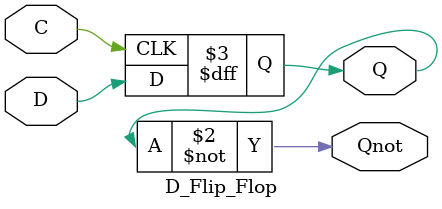
<source format=v>
module D_Flip_Flop(
    input D,
    input C,
    output reg Q,
    output Qnot
    );
   
    always @(posedge C) begin
            Q <= D;
    end
    
    assign Qnot = ~Q;
   
endmodule

</source>
